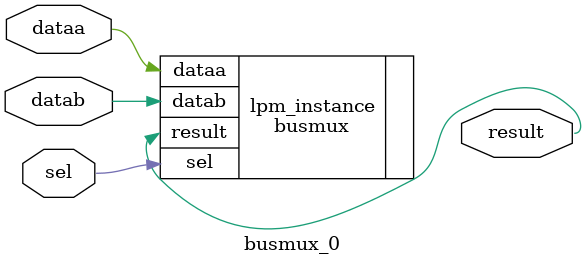
<source format=v>



module busmux_0(sel,dataa,datab,result);
input sel;
input [0:0] dataa;
input [0:0] datab;
output [0:0] result;

busmux	lpm_instance(.sel(sel),.dataa(dataa),.datab(datab),.result(result));
	defparam	lpm_instance.width = 1;

endmodule

</source>
